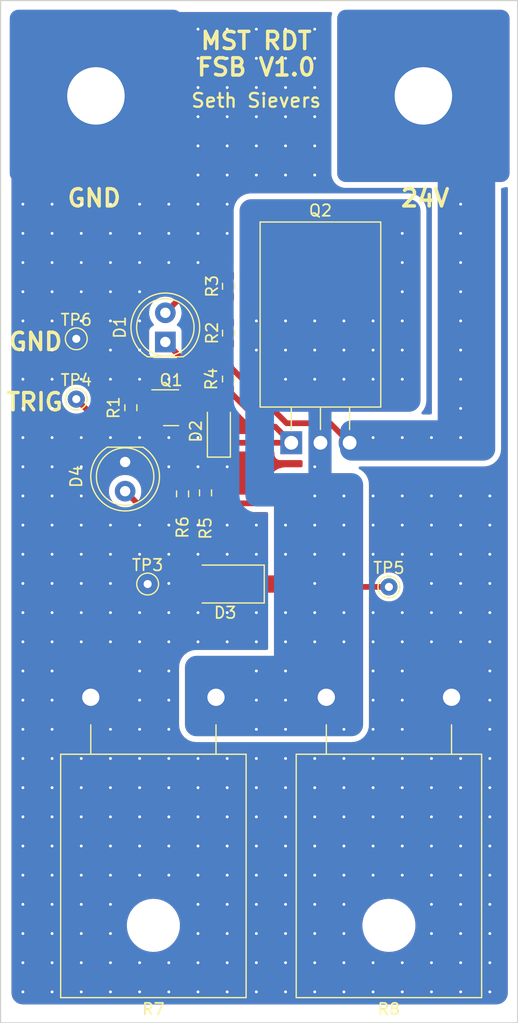
<source format=kicad_pcb>
(kicad_pcb (version 20211014) (generator pcbnew)
  (layers (0 "F.Cu" signal) (31 "B.Cu" signal) (34 "B.Paste" user) (35 "F.Paste" user) (36 "B.SilkS" user "B.Silkscreen") (37 "F.SilkS" user "F.Silkscreen") (38 "B.Mask" user) (39 "F.Mask" user) (44 "Edge.Cuts" user))
  (net 0 "")
  (net 1 "Net-(D1-Pad1)")
  (net 2 "Net-(D1-Pad2)")
  (net 3 "Net-(D2-Pad1)")
  (net 4 "GND")
  (net 5 "Net-(D4-Pad2)")
  (net 6 "Net-(Q1-Pad1)")
  (net 7 "/24V")
  (net 8 "Net-(R1-Pad2)")
  (net 9 "Net-(R2-Pad2)")
  (net 10 "Net-(R5-Pad2)")
  (net 11 "/OUTPUT")
  (footprint "Diode_SMD:D_SOD-123" (layer "F.Cu") (at 118.55 97.4 90)
    (fp_text reference "D2" (at 0 -2 90) (layer "F.SilkS"))
    (fp_text value "14V" hide)
    (fp_line (start -2.25 -1) (end 1.65 -1) (layer "F.SilkS") (width 0.12))
    (fp_line (start -2.25 -1) (end -2.25 1) (layer "F.SilkS") (width 0.12))
    (fp_line (start -2.25 1) (end 1.65 1) (layer "F.SilkS") (width 0.12))
    (pad "1" smd rect (at -1.65 0 90) (size 0.9 1.2) (layers "F.Cu" "F.Paste" "F.Mask") (net 3 "Net-(D2-Pad1)"))
    (pad "2" smd rect (at 1.65 0 90) (size 0.9 1.2) (layers "F.Cu" "F.Paste" "F.Mask") (net 1 "Net-(D1-Pad1)"))
  )
  (footprint "Diode_SMD:D_SMA" (layer "F.Cu") (at 119.1 110.7 180)
    (fp_text reference "D3" (at 0 -2.5) (layer "F.SilkS"))
    (fp_text value "824500241" hide)
    (fp_line (start -3.4 -1.65) (end -3.4 1.65) (layer "F.SilkS") (width 0.12))
    (fp_line (start -3.4 1.65) (end 2 1.65) (layer "F.SilkS") (width 0.12))
    (fp_line (start -3.4 -1.65) (end 2 -1.65) (layer "F.SilkS") (width 0.12))
    (pad "1" smd rect (at -2 0 180) (size 2.5 1.8) (layers "F.Cu" "F.Paste" "F.Mask") (net 11 "/OUTPUT"))
    (pad "2" smd rect (at 2 0 180) (size 2.5 1.8) (layers "F.Cu" "F.Paste" "F.Mask") (net 4 "GND"))
  )
  (footprint "DOM:TO-220F-3_Horizontal_TabDown_SMD_PAD" (layer "F.Cu") (at 124.85 98.4)
    (fp_text reference "Q2" (at 2.54 -20.22) (layer "F.SilkS"))
    (fp_text value "~")
    (fp_line (start -2.71 -19.22) (end -2.71 -3.11) (layer "F.SilkS") (width 0.12))
    (fp_line (start 7.79 -19.22) (end 7.79 -3.11) (layer "F.SilkS") (width 0.12))
    (fp_line (start -2.71 -3.11) (end 7.79 -3.11) (layer "F.SilkS") (width 0.12))
    (fp_line (start -2.71 -19.22) (end 7.79 -19.22) (layer "F.SilkS") (width 0.12))
    (fp_line (start 2.54 -3.11) (end 2.54 -1.15) (layer "F.SilkS") (width 0.12))
    (fp_line (start 5.08 -3.11) (end 5.08 -1.15) (layer "F.SilkS") (width 0.12))
    (fp_line (start 0 -3.11) (end 0 -1.15) (layer "F.SilkS") (width 0.12))
    (pad "1" thru_hole rect (at 0 0) (size 1.905 2) (drill 1.2) (layers *.Cu *.Mask) (net 3 "Net-(D2-Pad1)"))
    (pad "2" thru_hole oval (at 2.54 0) (size 1.905 2) (drill 1.2) (layers *.Cu *.Mask) (net 11 "/OUTPUT"))
    (pad "2" smd roundrect (at 2.5 -15.7) (size 10 6) (layers "F.Cu" "F.Paste" "F.Mask") (roundrect_rratio 0.117647) (net 11 "/OUTPUT"))
    (pad "3" thru_hole oval (at 5.08 0) (size 1.905 2) (drill 1.2) (layers *.Cu *.Mask) (net 7 "/24V"))
  )
  (footprint "Package_TO_SOT_THT:TO-247-2_Horizontal_TabDown" (layer "F.Cu") (at 118.3 120.56 180)
    (fp_text reference "R7" (at 5.45 -27.15) (layer "F.SilkS"))
    (fp_text value "5Ω")
    (fp_line (start -2.62 -4.96) (end 13.52 -4.96) (layer "F.SilkS") (width 0.12))
    (fp_line (start 10.9 -4.96) (end 10.9 -2.4) (layer "F.SilkS") (width 0.12))
    (fp_line (start -2.62 -26.15) (end -2.62 -4.96) (layer "F.SilkS") (width 0.12))
    (fp_line (start -2.62 -26.15) (end 13.52 -26.15) (layer "F.SilkS") (width 0.12))
    (fp_line (start 13.52 -26.15) (end 13.52 -4.96) (layer "F.SilkS") (width 0.12))
    (fp_line (start 0 -4.96) (end 0 -2.4) (layer "F.SilkS") (width 0.12))
    (pad "" np_thru_hole oval (at 5.45 -19.86 180) (size 3.6 3.6) (drill 3.6) (layers *.Cu *.Mask))
    (pad "1" thru_hole rect (at 0 0 180) (size 2.5 4.5) (drill 1.5) (layers *.Cu *.Mask) (net 11 "/OUTPUT"))
    (pad "2" thru_hole oval (at 10.9 0 180) (size 2.5 4.5) (drill 1.5) (layers *.Cu *.Mask) (net 4 "GND"))
  )
  (footprint "Resistor_SMD:R_0603_1608Metric_Pad0.98x0.95mm_HandSolder" (layer "F.Cu") (at 115.39 102.85 -90)
    (fp_text reference "R6" (at 2.9125 0 90) (layer "F.SilkS"))
    (fp_text value "1K" hide)
    (fp_line (start -0.254724 0.5225) (end 0.254724 0.5225) (layer "F.SilkS") (width 0.12))
    (fp_line (start -0.254724 -0.5225) (end 0.254724 -0.5225) (layer "F.SilkS") (width 0.12))
    (pad "1" smd roundrect (at -0.9125 0 270) (size 0.975 0.95) (layers "F.Cu" "F.Paste" "F.Mask") (net 10 "Net-(R5-Pad2)"))
    (pad "2" smd roundrect (at 0.9125 0 270) (size 0.975 0.95) (layers "F.Cu" "F.Paste" "F.Mask") (net 5 "Net-(D4-Pad2)"))
  )
  (footprint "LED_THT:LED_D5.0mm" (layer "F.Cu") (at 110.39 100.075 -90)
    (fp_text reference "D4" (at 1.27 4.25 90) (layer "F.SilkS"))
    (fp_text value "Yellow" hide)
    (fp_line (start -1.29 -1.545) (end -1.29 1.545) (layer "F.SilkS") (width 0.12))
    (fp_arc (start 4.26 -0.000462) (mid 2.072002 2.880433) (end -1.29 1.54483) (layer "F.SilkS") (width 0.12))
    (fp_arc (start -1.29 -1.54483) (mid 2.072002 -2.880433) (end 4.26 0.000462) (layer "F.SilkS") (width 0.12))
    (fp_circle (center 1.27 0) (end 3.77 0) (layer "F.SilkS") (width 0.12) (fill none))
    (pad "1" thru_hole rect (at 0 0 270) (size 1.8 1.8) (drill 0.9) (layers *.Cu *.Mask) (net 4 "GND"))
    (pad "2" thru_hole circle (at 2.54 0 270) (size 1.8 1.8) (drill 0.9) (layers *.Cu *.Mask) (net 5 "Net-(D4-Pad2)"))
  )
  (footprint "Resistor_SMD:R_0603_1608Metric_Pad0.98x0.95mm_HandSolder" (layer "F.Cu") (at 119.39 84.775 90)
    (fp_text reference "R3" (at 0 -1.43 90) (layer "F.SilkS"))
    (fp_text value "1K" hide)
    (fp_line (start -0.254724 0.5225) (end 0.254724 0.5225) (layer "F.SilkS") (width 0.12))
    (fp_line (start -0.254724 -0.5225) (end 0.254724 -0.5225) (layer "F.SilkS") (width 0.12))
    (pad "1" smd roundrect (at -0.9125 0 90) (size 0.975 0.95) (layers "F.Cu" "F.Paste" "F.Mask") (net 9 "Net-(R2-Pad2)"))
    (pad "2" smd roundrect (at 0.9125 0 90) (size 0.975 0.95) (layers "F.Cu" "F.Paste" "F.Mask") (net 2 "Net-(D1-Pad2)"))
  )
  (footprint "LED_THT:LED_D5.0mm" (layer "F.Cu") (at 113.89 89.625 90)
    (fp_text reference "D1" (at 1.27 -3.96 90) (layer "F.SilkS"))
    (fp_text value "Green" hide)
    (fp_line (start -1.29 -1.545) (end -1.29 1.545) (layer "F.SilkS") (width 0.12))
    (fp_arc (start -1.29 -1.54483) (mid 2.072002 -2.880433) (end 4.26 0.000462) (layer "F.SilkS") (width 0.12))
    (fp_arc (start 4.26 -0.000462) (mid 2.072002 2.880433) (end -1.29 1.54483) (layer "F.SilkS") (width 0.12))
    (fp_circle (center 1.27 0) (end 3.77 0) (layer "F.SilkS") (width 0.12) (fill none))
    (pad "1" thru_hole rect (at 0 0 90) (size 1.8 1.8) (drill 0.9) (layers *.Cu *.Mask) (net 1 "Net-(D1-Pad1)"))
    (pad "2" thru_hole circle (at 2.54 0 90) (size 1.8 1.8) (drill 0.9) (layers *.Cu *.Mask) (net 2 "Net-(D1-Pad2)"))
  )
  (footprint "Package_TO_SOT_THT:TO-247-2_Horizontal_TabDown" (layer "F.Cu") (at 138.8 120.56 180)
    (fp_text reference "R8" (at 5.45 -27.15) (layer "F.SilkS"))
    (fp_text value "5Ω")
    (fp_line (start 0 -4.96) (end 0 -2.4) (layer "F.SilkS") (width 0.12))
    (fp_line (start -2.62 -26.15) (end 13.52 -26.15) (layer "F.SilkS") (width 0.12))
    (fp_line (start -2.62 -4.96) (end 13.52 -4.96) (layer "F.SilkS") (width 0.12))
    (fp_line (start 13.52 -26.15) (end 13.52 -4.96) (layer "F.SilkS") (width 0.12))
    (fp_line (start 10.9 -4.96) (end 10.9 -2.4) (layer "F.SilkS") (width 0.12))
    (fp_line (start -2.62 -26.15) (end -2.62 -4.96) (layer "F.SilkS") (width 0.12))
    (pad "" np_thru_hole oval (at 5.45 -19.86 180) (size 3.6 3.6) (drill 3.6) (layers *.Cu *.Mask))
    (pad "1" thru_hole rect (at 0 0 180) (size 2.5 4.5) (drill 1.5) (layers *.Cu *.Mask) (net 4 "GND"))
    (pad "2" thru_hole oval (at 10.9 0 180) (size 2.5 4.5) (drill 1.5) (layers *.Cu *.Mask) (net 11 "/OUTPUT"))
  )
  (footprint "DOM:15x15mm_pad" (layer "F.Cu") (at 107.85 68.2)
    (fp_text reference "TP1" hide)
    (fp_text value "GND")
    (pad "1" thru_hole roundrect (at 0 0) (size 15 15) (drill 5) (layers *.Cu *.Mask) (roundrect_rratio 0.05) (net 4 "GND"))
  )
  (footprint "Resistor_SMD:R_0603_1608Metric_Pad0.98x0.95mm_HandSolder" (layer "F.Cu") (at 117.39 102.7625 90)
    (fp_text reference "R5" (at -3.0875 0 90) (layer "F.SilkS"))
    (fp_text value "1K" hide)
    (fp_line (start -0.254724 -0.5225) (end 0.254724 -0.5225) (layer "F.SilkS") (width 0.12))
    (fp_line (start -0.254724 0.5225) (end 0.254724 0.5225) (layer "F.SilkS") (width 0.12))
    (pad "1" smd roundrect (at -0.9125 0 90) (size 0.975 0.95) (layers "F.Cu" "F.Paste" "F.Mask") (net 11 "/OUTPUT"))
    (pad "2" smd roundrect (at 0.9125 0 90) (size 0.975 0.95) (layers "F.Cu" "F.Paste" "F.Mask") (net 10 "Net-(R5-Pad2)"))
  )
  (footprint "TestPoint:TestPoint_THTPad_D1.5mm_Drill0.7mm" (layer "F.Cu") (at 133.35 110.95)
    (fp_text reference "TP5" (at 0 -1.648) (layer "F.SilkS"))
    (fp_text value "TestPoint" hide)
    (fp_circle (center 0 0) (end 0 0.95) (layer "F.SilkS") (width 0.12) (fill none))
    (pad "1" thru_hole circle (at 0 0) (size 1.5 1.5) (drill 0.7) (layers *.Cu *.Mask) (net 11 "/OUTPUT"))
  )
  (footprint "Package_TO_SOT_SMD:SOT-23" (layer "F.Cu") (at 114.39 95.35)
    (fp_text reference "Q1" (at 0 -2.4) (layer "F.SilkS"))
    (fp_text value "MMBT3904" hide)
    (fp_line (start 0 1.56) (end 0.65 1.56) (layer "F.SilkS") (width 0.12))
    (fp_line (start 0 1.56) (end -0.65 1.56) (layer "F.SilkS") (width 0.12))
    (fp_line (start 0 -1.56) (end -1.675 -1.56) (layer "F.SilkS") (width 0.12))
    (fp_line (start 0 -1.56) (end 0.65 -1.56) (layer "F.SilkS") (width 0.12))
    (pad "1" smd roundrect (at -0.9375 -0.95) (size 1.475 0.6) (layers "F.Cu" "F.Paste" "F.Mask") (net 6 "Net-(Q1-Pad1)"))
    (pad "2" smd roundrect (at -0.9375 0.95) (size 1.475 0.6) (layers "F.Cu" "F.Paste" "F.Mask") (net 4 "GND"))
    (pad "3" smd roundrect (at 0.9375 0) (size 1.475 0.6) (layers "F.Cu" "F.Paste" "F.Mask") (net 1 "Net-(D1-Pad1)"))
  )
  (footprint "TestPoint:TestPoint_THTPad_D1.5mm_Drill0.7mm" (layer "F.Cu") (at 112.35 110.7)
    (fp_text reference "TP3" (at 0 -1.648) (layer "F.SilkS"))
    (fp_text value "TestPoint" hide)
    (fp_circle (center 0 0) (end 0 0.95) (layer "F.SilkS") (width 0.12) (fill none))
    (pad "1" thru_hole circle (at 0 0) (size 1.5 1.5) (drill 0.7) (layers *.Cu *.Mask) (net 4 "GND"))
  )
  (footprint "Resistor_SMD:R_0603_1608Metric_Pad0.98x0.95mm_HandSolder" (layer "F.Cu") (at 110.89 95.35 -90)
    (fp_text reference "R1" (at 0 1.5 90) (layer "F.SilkS"))
    (fp_text value "2.2K" hide)
    (fp_line (start -0.254724 -0.5225) (end 0.254724 -0.5225) (layer "F.SilkS") (width 0.12))
    (fp_line (start -0.254724 0.5225) (end 0.254724 0.5225) (layer "F.SilkS") (width 0.12))
    (pad "1" smd roundrect (at -0.9125 0 270) (size 0.975 0.95) (layers "F.Cu" "F.Paste" "F.Mask") (net 6 "Net-(Q1-Pad1)"))
    (pad "2" smd roundrect (at 0.9125 0 270) (size 0.975 0.95) (layers "F.Cu" "F.Paste" "F.Mask") (net 8 "Net-(R1-Pad2)"))
  )
  (footprint "TestPoint:TestPoint_THTPad_D1.5mm_Drill0.7mm" (layer "F.Cu") (at 106.14 89.35)
    (fp_text reference "TP6" (at 0 -1.648) (layer "F.SilkS"))
    (fp_text value "TestPoint" hide)
    (fp_circle (center 0 0) (end 0 0.95) (layer "F.SilkS") (width 0.12) (fill none))
    (pad "1" thru_hole circle (at 0 0) (size 1.5 1.5) (drill 0.7) (layers *.Cu *.Mask) (net 4 "GND"))
  )
  (footprint "Resistor_SMD:R_0603_1608Metric_Pad0.98x0.95mm_HandSolder" (layer "F.Cu") (at 119.39 88.85 90)
    (fp_text reference "R2" (at 0 -1.43 90) (layer "F.SilkS"))
    (fp_text value "1K" hide)
    (fp_line (start -0.254724 -0.5225) (end 0.254724 -0.5225) (layer "F.SilkS") (width 0.12))
    (fp_line (start -0.254724 0.5225) (end 0.254724 0.5225) (layer "F.SilkS") (width 0.12))
    (pad "1" smd roundrect (at -0.9125 0 90) (size 0.975 0.95) (layers "F.Cu" "F.Paste" "F.Mask") (net 7 "/24V"))
    (pad "2" smd roundrect (at 0.9125 0 90) (size 0.975 0.95) (layers "F.Cu" "F.Paste" "F.Mask") (net 9 "Net-(R2-Pad2)"))
  )
  (footprint "TestPoint:TestPoint_THTPad_D1.5mm_Drill0.7mm" (layer "F.Cu") (at 106.14 94.6)
    (fp_text reference "TP4" (at 0 -1.648) (layer "F.SilkS"))
    (fp_text value "TestPoint" hide)
    (fp_circle (center 0 0) (end 0 0.95) (layer "F.SilkS") (width 0.12) (fill none))
    (pad "1" thru_hole circle (at 0 0) (size 1.5 1.5) (drill 0.7) (layers *.Cu *.Mask) (net 8 "Net-(R1-Pad2)"))
  )
  (footprint "DOM:15x15mm_pad" (layer "F.Cu") (at 136.35 68.2)
    (fp_text reference "TP2" hide)
    (fp_text value "24V")
    (pad "1" thru_hole roundrect (at 0 0) (size 15 15) (drill 5) (layers *.Cu *.Mask) (roundrect_rratio 0.05) (net 7 "/24V"))
  )
  (footprint "Resistor_SMD:R_0603_1608Metric_Pad0.98x0.95mm_HandSolder" (layer "F.Cu") (at 119.39 92.85 -90)
    (fp_text reference "R4" (at 0 1.5 90) (layer "F.SilkS"))
    (fp_text value "1K" hide)
    (fp_line (start -0.254724 -0.5225) (end 0.254724 -0.5225) (layer "F.SilkS") (width 0.12))
    (fp_line (start -0.254724 0.5225) (end 0.254724 0.5225) (layer "F.SilkS") (width 0.12))
    (pad "1" smd roundrect (at -0.9125 0 270) (size 0.975 0.95) (layers "F.Cu" "F.Paste" "F.Mask") (net 7 "/24V"))
    (pad "2" smd roundrect (at 0.9125 0 270) (size 0.975 0.95) (layers "F.Cu" "F.Paste" "F.Mask") (net 3 "Net-(D2-Pad1)"))
  )
  (gr_rect (start 99.55 59.9) (end 144.55 148.9) (layer "Edge.Cuts") (width 0.1) (fill none))
  (gr_text "TRIG" (at 102.5 94.85) (layer "F.SilkS") (effects (font (size 1.5 1.5) (thickness 0.3))))
  (gr_text "GND" (at 102.6 89.6) (layer "F.SilkS") (effects (font (size 1.5 1.5) (thickness 0.3))))
  (gr_text "MST RDT" (at 121.8 63.4) (layer "F.SilkS") (effects (font (size 1.5 1.5) (thickness 0.3))))
  (gr_text "FSB V1.0" (at 121.8 65.7) (layer "F.SilkS") (effects (font (size 1.5 1.5) (thickness 0.3))))
  (gr_text "Seth Sievers" (at 121.8 68.6) (layer "F.SilkS") (effects (font (size 1.2 1.2) (thickness 0.2))))
  (gr_text "GND" (at 107.7 77.1) (layer "F.SilkS") (effects (font (size 1.5 1.5) (thickness 0.3))))
  (gr_text "24V" (at 136.5 77.1) (layer "F.SilkS") (effects (font (size 1.5 1.5) (thickness 0.3))))
  (segment (start 118.15 95.35) (end 118.55 95.75) (width 0.5) (layer "F.Cu") (net 1))
  (segment (start 115.45 91.185) (end 115.45 95.2275) (width 0.5) (layer "F.Cu") (net 1))
  (segment (start 115.3275 95.35) (end 118.15 95.35) (width 0.5) (layer "F.Cu") (net 1))
  (segment (start 113.89 89.625) (end 115.45 91.185) (width 0.5) (layer "F.Cu") (net 1))
  (segment (start 115.45 95.2275) (end 115.3275 95.35) (width 0.5) (layer "F.Cu") (net 1))
  (segment (start 117.1125 83.8625) (end 119.39 83.8625) (width 0.5) (layer "F.Cu") (net 2))
  (segment (start 113.89 87.085) (end 117.1125 83.8625) (width 0.5) (layer "F.Cu") (net 2))
  (segment (start 122.55 97) (end 119.39 93.84) (width 0.5) (layer "F.Cu") (net 3))
  (segment (start 119.39 93.84) (end 119.39 93.7625) (width 0.5) (layer "F.Cu") (net 3))
  (segment (start 124.0275 98.4) (end 124.85 98.4) (width 0.5) (layer "F.Cu") (net 3))
  (segment (start 124.25 99) (end 124.85 98.4) (width 0.5) (layer "F.Cu") (net 3))
  (segment (start 124.85 98.4) (end 119.2 98.4) (width 0.5) (layer "F.Cu") (net 3))
  (segment (start 119.2 98.4) (end 118.55 99.05) (width 0.5) (layer "F.Cu") (net 3))
  (segment (start 123.45 97) (end 122.55 97) (width 0.5) (layer "F.Cu") (net 3))
  (segment (start 124.85 98.4) (end 123.45 97) (width 0.5) (layer "F.Cu") (net 3))
  (via (at 104.033 92.87) (size 0.51) (drill 0.25) (layers "F.Cu" "B.Cu") (net 4))
  (via (at 131.973 118.27) (size 0.51) (drill 0.25) (layers "F.Cu" "B.Cu") (net 4))
  (via (at 116.733 141.13) (size 0.51) (drill 0.25) (layers "F.Cu" "B.Cu") (net 4))
  (via (at 106.573 130.97) (size 0.51) (drill 0.25) (layers "F.Cu" "B.Cu") (net 4))
  (via (at 121.813 64.93) (size 0.51) (drill 0.25) (layers "F.Cu" "B.Cu") (net 4))
  (via (at 129.433 136.05) (size 0.51) (drill 0.25) (layers "F.Cu" "B.Cu") (net 4))
  (via (at 104.033 100.49) (size 0.51) (drill 0.25) (layers "F.Cu" "B.Cu") (net 4))
  (via (at 129.433 133.51) (size 0.51) (drill 0.25) (layers "F.Cu" "B.Cu") (net 4))
  (via (at 109.113 97.95) (size 0.51) (drill 0.25) (layers "F.Cu" "B.Cu") (net 4))
  (via (at 116.733 130.97) (size 0.51) (drill 0.25) (layers "F.Cu" "B.Cu") (net 4))
  (via (at 104.033 118.27) (size 0.51) (drill 0.25) (layers "F.Cu" "B.Cu") (net 4))
  (via (at 111.653 82.71) (size 0.51) (drill 0.25) (layers "F.Cu" "B.Cu") (net 4))
  (via (at 109.113 80.17) (size 0.51) (drill 0.25) (layers "F.Cu" "B.Cu") (net 4))
  (via (at 114.193 143.67) (size 0.51) (drill 0.25) (layers "F.Cu" "B.Cu") (net 4))
  (via (at 106.573 82.71) (size 0.51) (drill 0.25) (layers "F.Cu" "B.Cu") (net 4))
  (via (at 106.573 100.49) (size 0.51) (drill 0.25) (layers "F.Cu" "B.Cu") (net 4))
  (via (at 106.573 146.21) (size 0.51) (drill 0.25) (layers "F.Cu" "B.Cu") (net 4))
  (via (at 142.133 120.81) (size 0.51) (drill 0.25) (layers "F.Cu" "B.Cu") (net 4))
  (via (at 137.053 105.57) (size 0.51) (drill 0.25) (layers "F.Cu" "B.Cu") (net 4))
  (via (at 126.893 136.05) (size 0.51) (drill 0.25) (layers "F.Cu" "B.Cu") (net 4))
  (via (at 116.733 113.19) (size 0.51) (drill 0.25) (layers "F.Cu" "B.Cu") (net 4))
  (via (at 142.133 118.27) (size 0.51) (drill 0.25) (layers "F.Cu" "B.Cu") (net 4))
  (via (at 109.113 128.43) (size 0.51) (drill 0.25) (layers "F.Cu" "B.Cu") (net 4))
  (via (at 104.033 113.19) (size 0.51) (drill 0.25) (layers "F.Cu" "B.Cu") (net 4))
  (via (at 106.573 128.43) (size 0.51) (drill 0.25) (layers "F.Cu" "B.Cu") (net 4))
  (via (at 121.813 105.57) (size 0.51) (drill 0.25) (layers "F.Cu" "B.Cu") (net 4))
  (via (at 119.273 80.17) (size 0.51) (drill 0.25) (layers "F.Cu" "B.Cu") (net 4))
  (via (at 116.733 97.95) (size 0.51) (drill 0.25) (layers "F.Cu" "B.Cu") (net 4))
  (via (at 119.273 67.47) (size 0.51) (drill 0.25) (layers "F.Cu" "B.Cu") (net 4))
  (via (at 126.893 64.93) (size 0.51) (drill 0.25) (layers "F.Cu" "B.Cu") (net 4))
  (via (at 104.033 85.25) (size 0.51) (drill 0.25) (layers "F.Cu" "B.Cu") (net 4))
  (via (at 104.033 103.03) (size 0.51) (drill 0.25) (layers "F.Cu" "B.Cu") (net 4))
  (via (at 106.573 85.25) (size 0.51) (drill 0.25) (layers "F.Cu" "B.Cu") (net 4))
  (via (at 104.033 87.79) (size 0.51) (drill 0.25) (layers "F.Cu" "B.Cu") (net 4))
  (via (at 126.893 62.39) (size 0.51) (drill 0.25) (layers "F.Cu" "B.Cu") (net 4))
  (via (at 121.813 108.11) (size 0.51) (drill 0.25) (layers "F.Cu" "B.Cu") (net 4))
  (via (at 109.113 110.65) (size 0.51) (drill 0.25) (layers "F.Cu" "B.Cu") (net 4))
  (via (at 114.193 108.11) (size 0.51) (drill 0.25) (layers "F.Cu" "B.Cu") (net 4))
  (via (at 139.593 105.57) (size 0.51) (drill 0.25) (layers "F.Cu" "B.Cu") (net 4))
  (via (at 137.053 136.05) (size 0.51) (drill 0.25) (layers "F.Cu" "B.Cu") (net 4))
  (via (at 109.113 108.11) (size 0.51) (drill 0.25) (layers "F.Cu" "B.Cu") (net 4))
  (via (at 111.653 146.21) (size 0.51) (drill 0.25) (layers "F.Cu" "B.Cu") (net 4))
  (via (at 142.133 130.97) (size 0.51) (drill 0.25) (layers "F.Cu" "B.Cu") (net 4))
  (via (at 104.033 146.21) (size 0.51) (drill 0.25) (layers "F.Cu" "B.Cu") (net 4))
  (via (at 126.893 67.47) (size 0.51) (drill 0.25) (layers "F.Cu" "B.Cu") (net 4))
  (via (at 139.593 146.21) (size 0.51) (drill 0.25) (layers "F.Cu" "B.Cu") (net 4))
  (via (at 106.573 108.11) (size 0.51) (drill 0.25) (layers "F.Cu" "B.Cu") (net 4))
  (via (at 106.573 87.79) (size 0.51) (drill 0.25) (layers "F.Cu" "B.Cu") (net 4))
  (via (at 121.813 143.67) (size 0.51) (drill 0.25) (layers "F.Cu" "B.Cu") (net 4))
  (via (at 111.653 85.25) (size 0.51) (drill 0.25) (layers "F.Cu" "B.Cu") (net 4))
  (via (at 139.593 136.05) (size 0.51) (drill 0.25) (layers "F.Cu" "B.Cu") (net 4))
  (via (at 119.273 64.93) (size 0.51) (drill 0.25) (layers "F.Cu" "B.Cu") (net 4))
  (via (at 121.813 130.97) (size 0.51) (drill 0.25) (layers "F.Cu" "B.Cu") (net 4))
  (via (at 101.493 85.25) (size 0.51) (drill 0.25) (layers "F.Cu" "B.Cu") (net 4))
  (via (at 116.733 75.09) (size 0.51) (drill 0.25) (layers "F.Cu" "B.Cu") (net 4))
  (via (at 119.273 115.73) (size 0.51) (drill 0.25) (layers "F.Cu" "B.Cu") (net 4))
  (via (at 116.733 100.49) (size 0.51) (drill 0.25) (layers "F.Cu" "B.Cu") (net 4))
  (via (at 109.113 130.97) (size 0.51) (drill 0.25) (layers "F.Cu" "B.Cu") (net 4))
  (via (at 124.353 136.05) (size 0.51) (drill 0.25) (layers "F.Cu" "B.Cu") (net 4))
  (via (at 142.133 138.59) (size 0.51) (drill 0.25) (layers "F.Cu" "B.Cu") (net 4))
  (via (at 121.813 70.01) (size 0.51) (drill 0.25) (layers "F.Cu" "B.Cu") (net 4))
  (via (at 131.973 103.03) (size 0.51) (drill 0.25) (layers "F.Cu" "B.Cu") (net 4))
  (via (at 119.273 77.63) (size 0.51) (drill 0.25) (layers "F.Cu" "B.Cu") (net 4))
  (via (at 109.113 143.67) (size 0.51) (drill 0.25) (layers "F.Cu" "B.Cu") (net 4))
  (via (at 121.813 113.19) (size 0.51) (drill 0.25) (layers "F.Cu" "B.Cu") (net 4))
  (via (at 101.493 97.95) (size 0.51) (drill 0.25) (layers "F.Cu" "B.Cu") (net 4))
  (via (at 121.813 125.89) (size 0.51) (drill 0.25) (layers "F.Cu" "B.Cu") (net 4))
  (via (at 114.193 118.27) (size 0.51) (drill 0.25) (layers "F.Cu" "B.Cu") (net 4))
  (via (at 114.193 100.49) (size 0.51) (drill 0.25) (layers "F.Cu" "B.Cu") (net 4))
  (via (at 114.193 82.71) (size 0.51) (drill 0.25) (layers "F.Cu" "B.Cu") (net 4))
  (via (at 124.353 133.51) (size 0.51) (drill 0.25) (layers "F.Cu" "B.Cu") (net 4))
  (via (at 142.133 125.89) (size 0.51) (drill 0.25) (layers "F.Cu" "B.Cu") (net 4))
  (via (at 116.733 138.59) (size 0.51) (drill 0.25) (layers "F.Cu" "B.Cu") (net 4))
  (via (at 109.113 146.21) (size 0.51) (drill 0.25) (layers "F.Cu" "B.Cu") (net 4))
  (via (at 139.593 113.19) (size 0.51) (drill 0.25) (layers "F.Cu" "B.Cu") (net 4))
  (via (at 109.113 136.05) (size 0.51) (drill 0.25) (layers "F.Cu" "B.Cu") (net 4))
  (via (at 109.113 133.51) (size 0.51) (drill 0.25) (layers "F.Cu" "B.Cu") (net 4))
  (via (at 109.113 115.73) (size 0.51) (drill 0.25) (layers "F.Cu" "B.Cu") (net 4))
  (via (at 109.113 92.87) (size 0.51) (drill 0.25) (layers "F.Cu" "B.Cu") (net 4))
  (via (at 109.113 87.79) (size 0.51) (drill 0.25) (layers "F.Cu" "B.Cu") (net 4))
  (via (at 137.053 138.59) (size 0.51) (drill 0.25) (layers "F.Cu" "B.Cu") (net 4))
  (via (at 124.353 138.59) (size 0.51) (drill 0.25) (layers "F.Cu" "B.Cu") (net 4))
  (via (at 121.813 138.59) (size 0.51) (drill 0.25) (layers "F.Cu" "B.Cu") (net 4))
  (via (at 124.353 62.39) (size 0.51) (drill 0.25) (layers "F.Cu" "B.Cu") (net 4))
  (via (at 116.733 133.51) (size 0.51) (drill 0.25) (layers "F.Cu" "B.Cu") (net 4))
  (via (at 109.113 85.25) (size 0.51) (drill 0.25) (layers "F.Cu" "B.Cu") (net 4))
  (via (at 101.493 77.63) (size 0.51) (drill 0.25) (layers "F.Cu" "B.Cu") (net 4))
  (via (at 142.133 123.35) (size 0.51) (drill 0.25) (layers "F.Cu" "B.Cu") (net 4))
  (via (at 121.813 72.55) (size 0.51) (drill 0.25) (layers "F.Cu" "B.Cu") (net 4))
  (via (at 109.113 105.57) (size 0.51) (drill 0.25) (layers "F.Cu" "B.Cu") (net 4))
  (via (at 104.033 130.97) (size 0.51) (drill 0.25) (layers "F.Cu" "B.Cu") (net 4))
  (via (at 139.593 110.65) (size 0.51) (drill 0.25) (layers "F.Cu" "B.Cu") (net 4))
  (via (at 124.353 64.93) (size 0.51) (drill 0.25) (layers "F.Cu" "B.Cu") (net 4))
  (via (at 119.273 75.09) (size 0.51) (drill 0.25) (layers "F.Cu" "B.Cu") (net 4))
  (via (at 137.053 128.43) (size 0.51) (drill 0.25) (layers "F.Cu" "B.Cu") (net 4))
  (via (at 101.493 100.49) (size 0.51) (drill 0.25) (layers "F.Cu" "B.Cu") (net 4))
  (via (at 106.573 143.67) (size 0.51) (drill 0.25) (layers "F.Cu" "B.Cu") (net 4))
  (via (at 119.273 136.05) (size 0.51) (drill 0.25) (layers "F.Cu" "B.Cu") (net 4))
  (via (at 101.493 115.73) (size 0.51) (drill 0.25) (layers "F.Cu" "B.Cu") (net 4))
  (via (at 114.193 105.57) (size 0.51) (drill 0.25) (layers "F.Cu" "B.Cu") (net 4))
  (via (at 142.133 108.11) (size 0.51) (drill 0.25) (layers "F.Cu" "B.Cu") (net 4))
  (via (at 116.733 67.47) (size 0.51) (drill 0.25) (layers "F.Cu" "B.Cu") (net 4))
  (via (at 129.433 125.89) (size 0.51) (drill 0.25) (layers "F.Cu" "B.Cu") (net 4))
  (via (at 116.733 128.43) (size 0.51) (drill 0.25) (layers "F.Cu" "B.Cu") (net 4))
  (via (at 109.113 77.63) (size 0.51) (drill 0.25) (layers "F.Cu" "B.Cu") (net 4))
  (via (at 142.133 143.67) (size 0.51) (drill 0.25) (layers "F.Cu" "B.Cu") (net 4))
  (via (at 101.493 92.87) (size 0.51) (drill 0.25) (layers "F.Cu" "B.Cu") (net 4))
  (via (at 101.493 141.13) (size 0.51) (drill 0.25) (layers "F.Cu" "B.Cu") (net 4))
  (via (at 104.033 136.05) (size 0.51) (drill 0.25) (layers "F.Cu" "B.Cu") (net 4))
  (via (at 142.133 103.03) (size 0.51) (drill 0.25) (layers "F.Cu" "B.Cu") (net 4))
  (via (at 139.593 125.89) (size 0.51) (drill 0.25) (layers "F.Cu" "B.Cu") (net 4))
  (via (at 106.573 136.05) (size 0.51) (drill 0.25) (layers "F.Cu" "B.Cu") (net 4))
  (via (at 104.033 120.81) (size 0.51) (drill 0.25) (layers "F.Cu" "B.Cu") (net 4))
  (via (at 101.493 95.41) (size 0.51) (drill 0.25) (layers "F.Cu" "B.Cu") (net 4))
  (via (at 114.193 115.73) (size 0.51) (drill 0.25) (layers "F.Cu" "B.Cu") (net 4))
  (via (at 139.593 143.67) (size 0.51) (drill 0.25) (layers "F.Cu" "B.Cu") (net 4))
  (via (at 104.033 115.73) (size 0.51) (drill 0.25) (layers "F.Cu" "B.Cu") (net 4))
  (via (at 111.653 128.43) (size 0.51) (drill 0.25) (layers "F.Cu" "B.Cu") (net 4))
  (via (at 104.033 95.41) (size 0.51) (drill 0.25) (layers "F.Cu" "B.Cu") (net 4))
  (via (at 126.893 146.21) (size 0.51) (drill 0.25) (layers "F.Cu" "B.Cu") (net 4))
  (via (at 101.493 82.71) (size 0.51) (drill 0.25) (layers "F.Cu" "B.Cu") (net 4))
  (via (at 124.353 72.55) (size 0.51) (drill 0.25) (layers "F.Cu" "B.Cu") (net 4))
  (via (at 139.593 115.73) (size 0.51) (drill 0.25) (layers "F.Cu" "B.Cu") (net 4))
  (via (at 116.733 143.67) (size 0.51) (drill 0.25) (layers "F.Cu" "B.Cu") (net 4))
  (via (at 142.133 113.19) (size 0.51) (drill 0.25) (layers "F.Cu" "B.Cu") (net 4))
  (via (at 124.353 75.09) (size 0.51) (drill 0.25) (layers "F.Cu" "B.Cu") (net 4))
  (via (at 124.353 67.47) (size 0.51) (drill 0.25) (layers "F.Cu" "B.Cu") (net 4))
  (via (at 101.493 90.33) (size 0.51) (drill 0.25) (layers "F.Cu" "B.Cu") (net 4))
  (via (at 116.733 125.89) (size 0.51) (drill 0.25) (layers "F.Cu" "B.Cu") (net 4))
  (via (at 131.973 105.57) (size 0.51) (drill 0.25) (layers "F.Cu" "B.Cu") (net 4))
  (via (at 116.733 105.57) (size 0.51) (drill 0.25) (layers "F.Cu" "B.Cu") (net 4))
  (via (at 111.653 92.87) (size 0.51) (drill 0.25) (layers "F.Cu" "B.Cu") (net 4))
  (via (at 142.133 136.05) (size 0.51) (drill 0.25) (layers "F.Cu" "B.Cu") (net 4))
  (via (at 126.893 70.01) (size 0.51) (drill 0.25) (layers "F.Cu" "B.Cu") (net 4))
  (via (at 111.653 97.95) (size 0.51) (drill 0.25) (layers "F.Cu" "B.Cu") (net 4))
  (via (at 119.273 100.49) (size 0.51) (drill 0.25) (layers "F.Cu" "B.Cu") (net 4))
  (via (at 124.353 146.21) (size 0.51) (drill 0.25) (layers "F.Cu" "B.Cu") (net 4))
  (via (at 137.053 146.21) (size 0.51) (drill 0.25) (layers "F.Cu" "B.Cu") (net 4))
  (via (at 129.433 138.59) (size 0.51) (drill 0.25) (layers "F.Cu" "B.Cu") (net 4))
  (via (at 142.133 128.43) (size 0.51) (drill 0.25) (layers "F.Cu" "B.Cu") (net 4))
  (via (at 111.653 115.73) (size 0.51) (drill 0.25) (layers "F.Cu" "B.Cu") (net 4))
  (via (at 109.113 90.33) (size 0.51) (drill 0.25) (layers "F.Cu" "B.Cu") (net 4))
  (via (at 101.493 128.43) (size 0.51) (drill 0.25) (layers "F.Cu" "B.Cu") (net 4))
  (via (at 131.973 123.35) (size 0.51) (drill 0.25) (layers "F.Cu" "B.Cu") (net 4))
  (via (at 137.053 110.65) (size 0.51) (drill 0.25) (layers "F.Cu" "B.Cu") (net 4))
  (via (at 142.133 110.65) (size 0.51) (drill 0.25) (layers "F.Cu" "B.Cu") (net 4))
  (via (at 106.573 113.19) (size 0.51) (drill 0.25) (layers "F.Cu" "B.Cu") (net 4))
  (via (at 121.813 75.09) (size 0.51) (drill 0.25) (layers "F.Cu" "B.Cu") (net 4))
  (via (at 124.353 128.43) (size 0.51) (drill 0.25) (layers "F.Cu" "B.Cu") (net 4))
  (via (at 139.593 128.43) (size 0.51) (drill 0.25) (layers "F.Cu" "B.Cu") (net 4))
  (via (at 126.893 130.97) (size 0.51) (drill 0.25) (layers "F.Cu" "B.Cu") (net 4))
  (via (at 114.193 125.89) (size 0.51) (drill 0.25) (layers "F.Cu" "B.Cu") (net 4))
  (via (at 111.653 143.67) (size 0.51) (drill 0.25) (layers "F.Cu" "B.Cu") (net 4))
  (via (at 104.033 90.33) (size 0.51) (drill 0.25) (layers "F.Cu" "B.Cu") (net 4))
  (via (at 111.653 108.11) (size 0.51) (drill 0.25) (layers "F.Cu" "B.Cu") (net 4))
  (via (at 137.053 143.67) (size 0.51) (drill 0.25) (layers "F.Cu" "B.Cu") (net 4))
  (via (at 121.813 133.51) (size 0.51) (drill 0.25) (layers "F.Cu" "B.Cu") (net 4))
  (via (at 119.273 70.01) (size 0.51) (drill 0.25) (layers "F.Cu" "B.Cu") (net 4))
  (via (at 126.893 75.09) (size 0.51) (drill 0.25) (layers "F.Cu" "B.Cu") (net 4))
  (via (at 131.973 146.21) (size 0.51) (drill 0.25) (layers "F.Cu" "B.Cu") (net 4))
  (via (at 101.493 103.03) (size 0.51) (drill 0.25) (layers "F.Cu" "B.Cu") (net 4))
  (via (at 119.273 133.51) (size 0.51) (drill 0.25) (layers "F.Cu" "B.Cu") (net 4))
  (via (at 126.893 72.55) (size 0.51) (drill 0.25) (layers "F.Cu" "B.Cu") (net 4))
  (via (at 104.033 141.13) (size 0.51) (drill 0.25) (layers "F.Cu" "B.Cu") (net 4))
  (via (at 109.113 113.19) (size 0.51) (drill 0.25) (layers "F.Cu" "B.Cu") (net 4))
  (via (at 106.573 92.87) (size 0.51) (drill 0.25) (layers "F.Cu" "B.Cu") (net 4))
  (via (at 106.573 103.03) (size 0.51) (drill 0.25) (layers "F.Cu" "B.Cu") (net 4))
  (via (at 134.513 115.73) (size 0.51) (drill 0.25) (layers "F.Cu" "B.Cu") (net 4))
  (via (at 119.273 130.97) (size 0.51) (drill 0.25) (layers "F.Cu" "B.Cu") (net 4))
  (via (at 106.573 115.73) (size 0.51) (drill 0.25) (layers "F.Cu" "B.Cu") (net 4))
  (via (at 101.493 133.51) (size 0.51) (drill 0.25) (layers "F.Cu" "B.Cu") (net 4))
  (via (at 131.973 115.73) (size 0.51) (drill 0.25) (layers "F.Cu" "B.Cu") (net 4))
  (via (at 101.493 110.65) (size 0.51) (drill 0.25) (layers "F.Cu" "B.Cu") (net 4))
  (via (at 134.513 128.43) (size 0.51) (drill 0.25) (layers "F.Cu" "B.Cu") (net 4))
  (via (at 116.733 70.01) (size 0.51) (drill 0.25) (layers "F.Cu" "B.Cu") (net 4))
  (via (at 142.133 146.21) (size 0.51) (drill 0.25) (layers "F.Cu" "B.Cu") (net 4))
  (via (at 101.493 113.19) (size 0.51) (drill 0.25) (layers "F.Cu" "B.Cu") (net 4))
  (via (at 111.653 136.05) (size 0.51) (drill 0.25) (layers "F.Cu" "B.Cu") (net 4))
  (via (at 129.433 141.13) (size 0.51) (drill 0.25) (layers "F.Cu" "B.Cu") (net 4))
  (via (at 104.033 143.67) (size 0.51) (drill 0.25) (layers "F.Cu" "B.Cu") (net 4))
  (via (at 101.493 143.67) (size 0.51) (drill 0.25) (layers "F.Cu" "B.Cu") (net 4))
  (via (at 114.193 92.87) (size 0.51) (drill 0.25) (layers "F.Cu" "B.Cu") (net 4))
  (via (at 104.033 80.17) (size 0.51) (drill 0.25) (layers "F.Cu" "B.Cu") (net 4))
  (via (at 137.053 115.73) (size 0.51) (drill 0.25) (layers "F.Cu" "B.Cu") (net 4))
  (via (at 126.893 138.59) (size 0.51) (drill 0.25) (layers "F.Cu" "B.Cu") (net 4))
  (via (at 114.193 130.97) (size 0.51) (drill 0.25) (layers "F.Cu" "B.Cu") (net 4))
  (via (at 104.033 108.11) (size 0.51) (drill 0.25) (layers "F.Cu" "B.Cu") (net 4))
  (via (at 124.353 70.01) (size 0.51) (drill 0.25) (layers "F.Cu" "B.Cu") (net 4))
  (via (at 129.433 146.21) (size 0.51) (drill 0.25) (layers "F.Cu" "B.Cu") (net 4))
  (via (at 106.573 110.65) (size 0.51) (drill 0.25) (layers "F.Cu" "B.Cu") (net 4))
  (via (at 101.493 87.79) (size 0.51) (drill 0.25) (layers "F.Cu" "B.Cu") (net 4))
  (via (at 124.353 125.89) (size 0.51) (drill 0.25) (layers "F.Cu" "B.Cu") (net 4))
  (via (at 131.973 143.67) (size 0.51) (drill 0.25) (layers "F.Cu" "B.Cu") (net 4))
  (via (at 139.593 108.11) (size 0.51) (drill 0.25) (layers "F.Cu" "B.Cu") (net 4))
  (via (at 106.573 77.63) (size 0.51) (drill 0.25) (layers "F.Cu" "B.Cu") (net 4))
  (via (at 137.053 103.03) (size 0.51) (drill 0.25) (layers "F.Cu" "B.Cu") (net 4))
  (via (at 142.133 105.57) (size 0.51) (drill 0.25) (layers "F.Cu" "B.Cu") (net 4))
  (via (at 134.513 113.19) (size 0.51) (drill 0.25) (layers "F.Cu" "B.Cu") (net 4))
  (via (at 101.493 120.81) (size 0.51) (drill 0.25) (layers "F.Cu" "B.Cu") (net 4))
  (via (at 134.513 105.57) (size 0.51) (drill 0.25) (layers "F.Cu" "B.Cu") (net 4))
  (via (at 119.273 146.21) (size 0.51) (drill 0.25) (layers "F.Cu" "B.Cu") (net 4))
  (via (at 129.433 130.97) (size 0.51) (drill 0.25) (layers "F.Cu" "B.Cu") (net 4))
  (via (at 134.513 146.21) (size 0.51) (drill 0.25) (layers "F.Cu" "B.Cu") (net 4))
  (via (at 106.573 125.89) (size 0.51) (drill 0.25) (layers "F.Cu" "B.Cu") (net 4))
  (via (at 134.513 125.89) (size 0.51) (drill 0.25) (layers "F.Cu" "B.Cu") (net 4))
  (via (at 134.513 133.51) (size 0.51) (drill 0.25) (layers "F.Cu" "B.Cu") (net 4))
  (via (at 131.973 120.81) (size 0.51) (drill 0.25) (layers "F.Cu" "B.Cu") (net 4))
  (via (at 101.493 138.59) (size 0.51) (drill 0.25) (layers "F.Cu" "B.Cu") (net 4))
  (via (at 114.193 136.05) (size 0.51) (drill 0.25) (layers "F.Cu" "B.Cu") (net 4))
  (via (at 124.353 141.13) (size 0.51) (drill 0.25) (layers "F.Cu" "B.Cu") (net 4))
  (via (at 106.573 97.95) (size 0.51) (drill 0.25) (layers "F.Cu" "B.Cu") (net 4))
  (via (at 124.353 130.97) (size 0.51) (drill 0.25) (layers "F.Cu" "B.Cu") (net 4))
  (via (at 119.273 62.39) (size 0.51) (drill 0.25) (layers "F.Cu" "B.Cu") (net 4))
  (via (at 114.193 133.51) (size 0.51) (drill 0.25) (layers "F.Cu" "B.Cu") (net 4))
  (via (at 101.493 136.05) (size 0.51) (drill 0.25) (layers "F.Cu" "B.Cu") (net 4))
  (via (at 119.273 105.57) (size 0.51) (drill 0.25) (layers "F.Cu" "B.Cu") (net 4))
  (via (at 139.593 133.51) (size 0.51) (drill 0.25) (layers "F.Cu" "B.Cu") (net 4))
  (via (at 131.973 136.05) (size 0.51) (drill 0.25) (layers "F.Cu" "B.Cu") (net 4))
  (via (at 111.653 118.27) (size 0.51) (drill 0.25) (layers "F.Cu" "B.Cu") (net 4))
  (via (at 137.053 125.89) (size 0.51) (drill 0.25) (layers "F.Cu" "B.Cu") (net 4))
  (via (at 121.813 141.13) (size 0.51) (drill 0.25) (layers "F.Cu" "B.Cu") (net 4))
  (via (at 119.273 108.11) (size 0.51) (drill 0.25) (layers "F.Cu" "B.Cu") (net 4))
  (via (at 131.973 108.11) (size 0.51) (drill 0.25) (layers "F.Cu" "B.Cu") (net 4))
  (via (at 111.653 130.97) (size 0.51) (drill 0.25) (layers "F.Cu" "B.Cu") (net 4))
  (via (at 119.273 141.13) (size 0.51) (drill 0.25) (layers "F.Cu" "B.Cu") (net 4))
  (via (at 134.513 103.03) (size 0.51) (drill 0.25) (layers "F.Cu" "B.Cu") (net 4))
  (via (at 104.033 110.65) (size 0.51) (drill 0.25) (layers "F.Cu" "B.Cu") (net 4))
  (via (at 101.493 146.21) (size 0.51) (drill 0.25) (layers "F.Cu" "B.Cu") (net 4))
  (via (at 101.493 125.89) (size 0.51) (drill 0.25) (layers "F.Cu" "B.Cu") (net 4))
  (via (at 111.653 80.17) (size 0.51) (drill 0.25) (layers "F.Cu" "B.Cu") (net 4))
  (via (at 106.573 138.59) (size 0.51) (drill 0.25) (layers "F.Cu" "B.Cu") (net 4))
  (via (at 111.653 123.35) (size 0.51) (drill 0.25) (layers "F.Cu" "B.Cu") (net 4))
  (via (at 106.573 141.13) (size 0.51) (drill 0.25) (layers "F.Cu" "B.Cu") (net 4))
  (via (at 111.653 77.63) (size 0.51) (drill 0.25) (layers "F.Cu" "B.Cu") (net 4))
  (via (at 101.493 118.27) (size 0.51) (drill 0.25) (layers "F.Cu" "B.Cu") (net 4))
  (via (at 114.193 146.21) (size 0.51) (drill 0.25) (layers "F.Cu" "B.Cu") (net 4))
  (via (at 137.053 133.51) (size 0.51) (drill 0.25) (layers "F.Cu" "B.Cu") (net 4))
  (via (at 139.593 130.97) (size 0.51) (drill 0.25) (layers "F.Cu" "B.Cu") (net 4))
  (via (at 116.733 72.55) (size 0.51) (drill 0.25) (layers "F.Cu" "B.Cu") (net 4))
  (via (at 104.033 138.59) (size 0.51) (drill 0.25) (layers "F.Cu" "B.Cu") (net 4))
  (via (at 101.493 123.35) (size 0.51) (drill 0.25) (layers "F.Cu" "B.Cu") (net 4))
  (via (at 134.513 123.35) (size 0.51) (drill 0.25) (layers "F.Cu" "B.Cu") (net 4))
  (via (at 119.273 128.43) (size 0.51) (drill 0.25) (layers "F.Cu" "B.Cu") (net 4))
  (via (at 111.653 87.79) (size 0.51) (drill 0.25) (layers "F.Cu" "B.Cu") (net 4))
  (via (at 116.733 115.73) (size 0.51) (drill 0.25) (layers "F.Cu" "B.Cu") (net 4))
  (via (at 101.493 80.17) (size 0.51) (drill 0.25) (layers "F.Cu" "B.Cu") (net 4))
  (via (at 111.653 113.19) (size 0.51) (drill 0.25) (layers "F.Cu" "B.Cu") (net 4))
  (via (at 134.513 120.81) (size 0.51) (drill 0.25) (layers "F.Cu" "B.Cu") (net 4))
  (via (at 116.733 77.63) (size 0.51) (drill 0.25) (layers "F.Cu" "B.Cu") (net 4))
  (via (at 104.033 97.95) (size 0.51) (drill 0.25) (layers "F.Cu" "B.Cu") (net 4))
  (via (at 134.513 136.05) (size 0.51) (drill 0.25) (layers "F.Cu" "B.Cu") (net 4))
  (via (at 131.973 113.19) (size 0.51) (drill 0.25) (layers "F.Cu" "B.Cu") (net 4))
  (via (at 116.733 62.39) (size 0.51) (drill 0.25) (layers "F.Cu" "B.Cu") (net 4))
  (via (at 104.033 82.71) (size 0.51) (drill 0.25) (layers "F.Cu" "B.Cu") (net 4))
  (via (at 116.733 64.93) (size 0.51) (drill 0.25) (layers "F.Cu" "B.Cu") (net 4))
  (via (at 139.593 103.03) (size 0.51) (drill 0.25) (layers "F.Cu" "B.Cu") (net 4))
  (via (at 131.973 128.43) (size 0.51) (drill 0.25) (layers "F.Cu" "B.Cu") (net 4))
  (via (at 114.193 80.17) (size 0.51) (drill 0.25) (layers "F.Cu" "B.Cu") (net 4))
  (via (at 134.513 130.97) (size 0.51) (drill 0.25) (layers "F.Cu" "B.Cu") (net 4))
  (via (at 104.033 125.89) (size 0.51) (drill 0.25) (layers "F.Cu" "B.Cu") (net 4))
  (via (at 104.033 123.35) (size 0.51) (drill 0.25) (layers "F.Cu" "B.Cu") (net 4))
  (via (at 114.193 97.95) (size 0.51) (drill 0.25) (layers "F.Cu" "B.Cu") (net 4))
  (via (at 137.053 141.13) (size 0.51) (drill 0.25) (layers "F.Cu" "B.Cu") (net 4))
  (via (at 121.813 128.43) (size 0.51) (drill 0.25) (layers "F.Cu" "B.Cu") (net 4))
  (via (at 142.133 141.13) (size 0.51) (drill 0.25) (layers "F.Cu" "B.Cu") (net 4))
  (via (at 126.893 143.67) (size 0.51) (drill 0.25) (layers "F.Cu" "B.Cu") (net 4))
  (via (at 134.513 118.27) (size 0.51) (drill 0.25) (layers "F.Cu" "B.Cu") (net 4))
  (via (at 114.193 128.43) (size 0.51) (drill 0.25) (layers "F.Cu" "B.Cu") (net 4))
  (via (at 111.653 120.81) (size 0.51) (drill 0.25) (layers "F.Cu" "B.Cu") (net 4))
  (via (at 101.493 108.11) (size 0.51) (drill 0.25) (layers "F.Cu" "B.Cu") (net 4))
  (via (at 126.893 141.13) (size 0.51) (drill 0.25) (layers "F.Cu" "B.Cu") (net 4))
  (via (at 119.273 125.89) (size 0.51) (drill 0.25) (layers "F.Cu" "B.Cu") (net 4))
  (via (at 114.193 123.35) (size 0.51) (drill 0.25) (layers "F.Cu" "B.Cu") (net 4))
  (via (at 111.653 133.51) (size 0.51) (drill 0.25) (layers "F.Cu" "B.Cu") (net 4))
  (via (at 121.813 67.47) (size 0.51) (drill 0.25) (layers "F.Cu" "B.Cu") (net 4))
  (via (at 116.733 82.71) (size 0.51) (drill 0.25) (layers "F.Cu" "B.Cu") (net 4))
  (via (at 134.513 143.67) (size 0.51) (drill 0.25) (layers "F.Cu" "B.Cu") (net 4))
  (via (at 114.193 110.65) (size 0.51) (drill 0.25) (layers "F.Cu" "B.Cu") (net 4))
  (via (at 121.813 115.73) (size 0.51) (drill 0.25) (layers "F.Cu" "B.Cu") (net 4))
  (via (at 126.893 125.89) (size 0.51) (drill 0.25) (layers "F.Cu" "B.Cu") (net 4))
  (via (at 119.273 143.67) (size 0.51) (drill 0.25) (layers "F.Cu" "B.Cu") (net 4))
  (via (at 116.733 136.05) (size 0.51) (drill 0.25) (layers "F.Cu" "B.Cu") (net 4))
  (via (at 104.033 105.57) (size 0.51) (drill 0.25) (layers "F.Cu" "B.Cu") (net 4))
  (via (at 131.973 133.51) (size 0.51) (drill 0.25) (layers "F.Cu" "B.Cu") (net 4))
  (via (at 121.813 62.39) (size 0.51) (drill 0.25) (layers "F.Cu" "B.Cu") (net 4))
  (via (at 101.493 105.57) (size 0.51) (drill 0.25) (layers "F.Cu" "B.Cu") (net 4))
  (via (at 109.113 125.89) (size 0.51) (drill 0.25) (layers "F.Cu" "B.Cu") (net 4))
  (via (at 124.353 143.67) (size 0.51) (drill 0.25) (layers "F.Cu" "B.Cu") (net 4))
  (via (at 119.273 72.55) (size 0.51) (drill 0.25) (layers "F.Cu" "B.Cu") (net 4))
  (via (at 131.973 125.89) (size 0.51) (drill 0.25) (layers "F.Cu" "B.Cu") (net 4))
  (via (at 106.573 133.51) (size 0.51) (drill 0.25) (layers "F.Cu" "B.Cu") (net 4))
  (via (at 111.653 90.33) (size 0.51) (drill 0.25) (layers "F.Cu" "B.Cu") (net 4))
  (via (at 119.273 138.59) (size 0.51) (drill 0.25) (layers "F.Cu" "B.Cu") (net 4))
  (via (at 101.493 130.97) (size 0.51) (drill 0.25) (layers "F.Cu" "B.Cu") (net 4))
  (via (at 109.113 82.71) (size 0.51) (drill 0.25) (layers "F.Cu" "B.Cu") (net 4))
  (via (at 119.273 113.19) (size 0.51) (drill 0.25) (layers "F.Cu" "B.Cu") (net 4))
  (via (at 129.433 143.67) (size 0.51) (drill 0.25) (layers "F.Cu" "B.Cu") (net 4))
  (via (at 111.653 125.89) (size 0.51) (drill 0.25) (layers "F.Cu" "B.Cu") (net 4))
  (via (at 129.433 128.43) (size 0.51) (drill 0.25) (layers "F.Cu" "B.Cu") (net 4))
  (via (at 104.033 77.63) (size 0.51) (drill 0.25) (layers "F.Cu" "B.Cu") (net 4))
  (via (at 114.193 113.19) (size 0.51) (drill 0.25) (layers "F.Cu" "B.Cu") (net 4))
  (via (at 121.813 136.05) (size 0.51) (drill 0.25) (layers "F.Cu" "B.Cu") (net 4))
  (via (at 116.733 146.21) (size 0.51) (drill 0.25) (layers "F.Cu" "B.Cu") (net 4))
  (via (at 134.513 108.11) (size 0.51) (drill 0.25) (layers "F.Cu" "B.Cu") (net 4))
  (via (at 106.573 105.57) (size 0.51) (drill 0.25) (layers "F.Cu" "B.Cu") (net 4))
  (via (at 116.733 108.11) (size 0.51) (drill 0.25) (layers "F.Cu" "B.Cu") (net 4))
  (via (at 137.053 113.19) (size 0.51) (drill 0.25) (layers "F.Cu" "B.Cu") (net 4))
  (via (at 137.053 108.11) (size 0.51) (drill 0.25) (layers "F.Cu" "B.Cu") (net 4))
  (via (at 142.133 133.51) (size 0.51) (drill 0.25) (layers "F.Cu" "B.Cu") (net 4))
  (via (at 142.133 115.73) (size 0.51) (drill 0.25) (layers "F.Cu" "B.Cu") (net 4))
  (via (at 109.113 138.59) (size 0.51) (drill 0.25) (layers "F.Cu" "B.Cu") (net 4))
  (via (at 139.593 141.13) (size 0.51) (drill 0.25) (layers "F.Cu" "B.Cu") (net 4))
  (via (at 109.113 141.13) (size 0.51) (drill 0.25) (layers "F.Cu" "B.Cu") (net 4))
  (via (at 137.053 130.97) (size 0.51) (drill 0.25) (layers "F.Cu" "B.Cu") (net 4))
  (via (at 111.653 105.57) (size 0.51) (drill 0.25) (layers "F.Cu" "B.Cu") (net 4))
  (via (at 126.893 133.51) (size 0.51) (drill 0.25) (layers "F.Cu" "B.Cu") (net 4))
  (via (at 106.573 80.17) (size 0.51) (drill 0.25) (layers "F.Cu" "B.Cu") (net 4))
  (via (at 109.113 123.35) (size 0.51) (drill 0.25) (layers "F.Cu" "B.Cu") (net 4))
  (via (at 104.033 133.51) (size 0.51) (drill 0.25) (layers "F.Cu" "B.Cu") (net 4))
  (via (at 126.893 128.43) (size 0.51) (drill 0.25) (layers "F.Cu" "B.Cu") (net 4))
  (via (at 114.193 120.81) (size 0.51) (drill 0.25) (layers "F.Cu" "B.Cu") (net 4))
  (via (at 104.033 128.43) (size 0.51) (drill 0.25) (layers "F.Cu" "B.Cu") (net 4))
  (via (at 121.813 146.21) (size 0.51) (drill 0.25) (layers "F.Cu" "B.Cu") (net 4))
  (via (at 131.973 130.97) (size 0.51) (drill 0.25) (layers "F.Cu" "B.Cu") (net 4))
  (via (at 116.733 80.17) (size 0.51) (drill 0.25) (layers "F.Cu" "B.Cu") (net 4))
  (via (at 139.593 138.59) (size 0.51) (drill 0.25) (layers "F.Cu" "B.Cu") (net 4))
  (via (at 114.193 77.63) (size 0.51) (drill 0.25) (layers "F.Cu" "B.Cu") (net 4))
  (segment (start 115.39 103.7625) (end 111.5375 103.7625) (width 0.5) (layer "F.Cu") (net 5))
  (segment (start 111.5375 103.7625) (end 110.39 102.615) (width 0.5) (layer "F.Cu") (net 5))
  (segment (start 113.4525 94.4) (end 110.9275 94.4) (width 0.5) (layer "F.Cu") (net 6))
  (segment (start 110.9275 94.4) (end 110.89 94.4375) (width 0.5) (layer "F.Cu") (net 6))
  (segment (start 119.6875 91.9375) (end 124.45 96.7) (width 0.5) (layer "F.Cu") (net 7))
  (segment (start 119.39 91.9375) (end 119.39 89.7625) (width 0.5) (layer "F.Cu") (net 7))
  (segment (start 128.23 96.7) (end 129.93 98.4) (width 0.5) (layer "F.Cu") (net 7))
  (segment (start 119.39 91.9375) (end 119.6875 91.9375) (width 0.5) (layer "F.Cu") (net 7))
  (segment (start 124.45 96.7) (end 128.23 96.7) (width 0.5) (layer "F.Cu") (net 7))
  (via (at 139.593 82.71) (size 0.51) (drill 0.25) (layers "F.Cu" "B.Cu") (net 7))
  (via (at 139.593 77.63) (size 0.51) (drill 0.25) (layers "F.Cu" "B.Cu") (net 7))
  (via (at 139.593 80.17) (size 0.51) (drill 0.25) (layers "F.Cu" "B.Cu") (net 7))
  (via (at 131.973 97.95) (size 0.51) (drill 0.25) (layers "F.Cu" "B.Cu") (net 7))
  (via (at 139.593 87.79) (size 0.51) (drill 0.25) (layers "F.Cu" "B.Cu") (net 7))
  (via (at 139.593 85.25) (size 0.51) (drill 0.25) (layers "F.Cu" "B.Cu") (net 7))
  (via (at 137.053 97.95) (size 0.51) (drill 0.25) (layers "F.Cu" "B.Cu") (net 7))
  (via (at 134.513 97.95) (size 0.51) (drill 0.25) (layers "F.Cu" "B.Cu") (net 7))
  (via (at 139.593 95.41) (size 0.51) (drill 0.25) (layers "F.Cu" "B.Cu") (net 7))
  (via (at 139.593 92.87) (size 0.51) (drill 0.25) (layers "F.Cu" "B.Cu") (net 7))
  (via (at 139.593 97.95) (size 0.51) (drill 0.25) (layers "F.Cu" "B.Cu") (net 7))
  (via (at 139.593 90.33) (size 0.51) (drill 0.25) (layers "F.Cu" "B.Cu") (net 7))
  (segment (start 110.8525 96.3) (end 110.89 96.2625) (width 0.5) (layer "F.Cu") (net 8))
  (segment (start 107.84 96.3) (end 110.8525 96.3) (width 0.5) (layer "F.Cu") (net 8))
  (segment (start 106.14 94.6) (end 107.84 96.3) (width 0.5) (layer "F.Cu") (net 8))
  (segment (start 119.39 87.9375) (end 119.39 85.6875) (width 0.5) (layer "F.Cu") (net 9))
  (segment (start 115.4775 101.85) (end 115.39 101.9375) (width 0.5) (layer "F.Cu") (net 10))
  (segment (start 117.39 101.85) (end 115.4775 101.85) (width 0.5) (layer "F.Cu") (net 10))
  (segment (start 133.35 110.95) (end 130.55 110.95) (width 0.5) (layer "F.Cu") (net 11))
  (segment (start 121.1 110.7) (end 124.45 110.7) (width 1.5) (layer "F.Cu") (net 11))
  (segment (start 124.2 103.7) (end 124.175 103.675) (width 0.5) (layer "F.Cu") (net 11))
  (segment (start 130.55 110.95) (end 130.3 111.2) (width 0.5) (layer "F.Cu") (net 11))
  (segment (start 124.175 103.675) (end 117.39 103.675) (width 0.5) (layer "F.Cu") (net 11))
  (via (at 129.433 108.11) (size 0.51) (drill 0.25) (layers "F.Cu" "B.Cu") (net 11))
  (via (at 131.973 90.33) (size 0.51) (drill 0.25) (layers "F.Cu" "B.Cu") (net 11))
  (via (at 124.353 118.27) (size 0.51) (drill 0.25) (layers "F.Cu" "B.Cu") (net 11))
  (via (at 126.893 108.11) (size 0.51) (drill 0.25) (layers "F.Cu" "B.Cu") (net 11))
  (via (at 129.433 123.35) (size 0.51) (drill 0.25) (layers "F.Cu" "B.Cu") (net 11))
  (via (at 134.513 85.25) (size 0.51) (drill 0.25) (layers "F.Cu" "B.Cu") (net 11))
  (via (at 124.353 90.33) (size 0.51) (drill 0.25) (layers "F.Cu" "B.Cu") (net 11))
  (via (at 129.433 115.73) (size 0.51) (drill 0.25) (layers "F.Cu" "B.Cu") (net 11))
  (via (at 129.433 105.57) (size 0.51) (drill 0.25) (layers "F.Cu" "B.Cu") (net 11))
  (via (at 134.513 90.33) (size 0.51) (drill 0.25) (layers "F.Cu" "B.Cu") (net 11))
  (via (at 121.813 90.33) (size 0.51) (drill 0.25) (layers "F.Cu" "B.Cu") (net 11))
  (via (at 124.353 120.81) (size 0.51) (drill 0.25) (layers "F.Cu" "B.Cu") (net 11))
  (via (at 134.513 92.87) (size 0.51) (drill 0.25) (layers "F.Cu" "B.Cu") (net 11))
  (via (at 134.513 87.79) (size 0.51) (drill 0.25) (layers "F.Cu" "B.Cu") (net 11))
  (via (at 124.353 115.73) (size 0.51) (drill 0.25) (layers "F.Cu" "B.Cu") (net 11))
  (via (at 126.893 103.03) (size 0.51) (drill 0.25) (layers "F.Cu" "B.Cu") (net 11))
  (via (at 124.353 123.35) (size 0.51) (drill 0.25) (layers "F.Cu" "B.Cu") (net 11))
  (via (at 126.893 113.19) (size 0.51) (drill 0.25) (layers "F.Cu" "B.Cu") (net 11))
  (via (at 124.353 108.11) (size 0.51) (drill 0.25) (layers "F.Cu" "B.Cu") (net 11))
  (via (at 129.433 113.19) (size 0.51) (drill 0.25) (layers "F.Cu" "B.Cu") (net 11))
  (via (at 134.513 80.17) (size 0.51) (drill 0.25) (layers "F.Cu" "B.Cu") (net 11))
  (via (at 126.893 87.79) (size 0.51) (drill 0.25) (layers "F.Cu" "B.Cu") (net 11))
  (via (at 121.813 87.79) (size 0.51) (drill 0.25) (layers "F.Cu" "B.Cu") (net 11))
  (via (at 131.973 87.79) (size 0.51) (drill 0.25) (layers "F.Cu" "B.Cu") (net 11))
  (via (at 126.893 105.57) (size 0.51) (drill 0.25) (layers "F.Cu" "B.Cu") (net 11))
  (via (at 126.893 110.65) (size 0.51) (drill 0.25) (layers "F.Cu" "B.Cu") (net 11))
  (via (at 134.513 82.71) (size 0.51) (drill 0.25) (layers "F.Cu" "B.Cu") (net 11))
  (via (at 126.893 100.49) (size 0.51) (drill 0.25) (layers "F.Cu" "B.Cu") (net 11))
  (via (at 124.353 105.57) (size 0.51) (drill 0.25) (layers "F.Cu" "B.Cu") (net 11))
  (via (at 129.433 103.03) (size 0.51) (drill 0.25) (layers "F.Cu" "B.Cu") (net 11))
  (via (at 126.893 115.73) (size 0.51) (drill 0.25) (layers "F.Cu" "B.Cu") (net 11))
  (via (at 121.813 120.81) (size 0.51) (drill 0.25) (layers "F.Cu" "B.Cu") (net 11))
  (via (at 124.353 87.79) (size 0.51) (drill 0.25) (layers "F.Cu" "B.Cu") (net 11))
  (via (at 129.433 92.87) (size 0.51) (drill 0.25) (layers "F.Cu" "B.Cu") (net 11))
  (via (at 124.353 113.19) (size 0.51) (drill 0.25) (layers "F.Cu" "B.Cu") (net 11))
  (via (at 131.973 92.87) (size 0.51) (drill 0.25) (layers "F.Cu" "B.Cu") (net 11))
  (via (at 124.353 92.87) (size 0.51) (drill 0.25) (layers "F.Cu" "B.Cu") (net 11))
  (via (at 126.893 90.33) (size 0.51) (drill 0.25) (layers "F.Cu" "B.Cu") (net 11))
  (via (at 129.433 90.33) (size 0.51) (drill 0.25) (layers "F.Cu" "B.Cu") (net 11))
  (via (at 126.893 92.87) (size 0.51) (drill 0.25) (layers "F.Cu" "B.Cu") (net 11))
  (via (at 121.813 123.35) (size 0.51) (drill 0.25) (layers "F.Cu" "B.Cu") (net 11))
  (via (at 121.813 118.27) (size 0.51) (drill 0.25) (layers "F.Cu" "B.Cu") (net 11))
  (via (at 129.433 87.79) (size 0.51) (drill 0.25) (layers "F.Cu" "B.Cu") (net 11))
  (zone (net 11) (net_name "/OUTPUT") (layers F&B.Cu) (priority 1) (connect_pads yes (clearance 0.508)) (min_thickness 0.254) (fill yes (thermal_gap 0.508) (thermal_bridge_width 0.508) (smoothing fillet) (radius 1))
    (polygon (pts (xy 128.35 103.95) (xy 126.35 103.95) (xy 126.35 95.7) (xy 128.35 95.7)))
  )
  (zone (net 11) (net_name "/OUTPUT") (layers F&B.Cu) (priority 1) (connect_pads yes (clearance 0.508)) (min_thickness 0.254) (fill yes (thermal_gap 0.508) (thermal_bridge_width 0.508) (smoothing fillet) (radius 1))
    (polygon (pts (xy 131.1 123.95) (xy 115.6 123.95) (xy 115.6 116.95) (xy 123.35 116.95) (xy 123.35 101.05) (xy 131.1 101.05)))
  )
  (zone (net 7) (net_name "/24V") (layers F&B.Cu) (priority 1) (connect_pads yes (clearance 0.508)) (min_thickness 0.254) (fill yes (thermal_gap 0.508) (thermal_bridge_width 0.508) (smoothing fillet) (radius 1))
    (polygon (pts (xy 142.6 99.95) (xy 129.1 99.95) (xy 129.1 96.45) (xy 137.6 96.45) (xy 137.6 72.7) (xy 142.6 72.7)))
  )
  (zone (net 11) (net_name "/OUTPUT") (layers F&B.Cu) (priority 1) (connect_pads yes (clearance 0.508)) (min_thickness 0.254) (fill yes (thermal_gap 0.508) (thermal_bridge_width 0.508) (smoothing fillet) (radius 1))
    (polygon (pts (xy 136.1 95.7) (xy 120.35 95.7) (xy 120.35 77.2) (xy 136.1 77.2)))
  )
  (zone (net 4) (net_name "GND") (layers F&B.Cu) (connect_pads yes (clearance 0.508)) (min_thickness 0.254) (fill yes (thermal_gap 0.508) (thermal_bridge_width 0.508) (smoothing fillet) (radius 1))
    (polygon (pts (xy 143.7 147.3) (xy 100.5 147.3) (xy 100.5 60.9) (xy 143.7 60.9)))
  )
  (zone (net 11) (net_name "/OUTPUT") (layer "B.Cu") (priority 1) (connect_pads yes (clearance 0.508)) (min_thickness 0.254) (fill yes (thermal_gap 0.508) (thermal_bridge_width 0.508) (smoothing fillet) (radius 1))
    (polygon (pts (xy 123.35 101.05) (xy 131.1 101.05) (xy 131.1 103.95) (xy 120.85 103.95) (xy 120.85 95.2) (xy 123.35 95.2)))
  )
)
</source>
